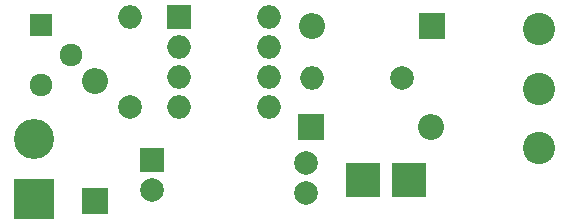
<source format=gbr>
G04 #@! TF.FileFunction,Soldermask,Top*
%FSLAX46Y46*%
G04 Gerber Fmt 4.6, Leading zero omitted, Abs format (unit mm)*
G04 Created by KiCad (PCBNEW 4.0.7-e2-6376~58~ubuntu16.04.1) date Mon Jan 22 09:02:58 2018*
%MOMM*%
%LPD*%
G01*
G04 APERTURE LIST*
%ADD10C,0.100000*%
%ADD11C,2.000000*%
%ADD12R,2.000000X2.000000*%
%ADD13R,3.400000X3.400000*%
%ADD14C,3.400000*%
%ADD15C,1.920000*%
%ADD16R,1.920000X1.920000*%
%ADD17O,2.000000X2.000000*%
%ADD18C,2.740000*%
%ADD19R,2.900000X2.900000*%
%ADD20R,2.200000X2.200000*%
%ADD21O,2.200000X2.200000*%
G04 APERTURE END LIST*
D10*
D11*
X126339600Y-85547200D03*
X126339600Y-88047200D03*
D12*
X113258600Y-85267800D03*
D11*
X113258600Y-87767800D03*
D13*
X103251000Y-88519000D03*
D14*
X103251000Y-83439000D03*
D15*
X106426000Y-76327000D03*
X103886000Y-78867000D03*
D16*
X103886000Y-73787000D03*
D11*
X111379000Y-80772000D03*
D17*
X111379000Y-73152000D03*
D11*
X134442200Y-78282800D03*
D17*
X126822200Y-78282800D03*
D18*
X146024600Y-74201000D03*
X146024600Y-79201000D03*
X146024600Y-84201000D03*
D12*
X115595400Y-73152000D03*
D17*
X123215400Y-80772000D03*
X115595400Y-75692000D03*
X123215400Y-78232000D03*
X115595400Y-78232000D03*
X123215400Y-75692000D03*
X115595400Y-80772000D03*
X123215400Y-73152000D03*
D19*
X131099100Y-86944200D03*
X135039100Y-86944200D03*
D20*
X137007600Y-73939400D03*
D21*
X126847600Y-73939400D03*
D20*
X126720600Y-82448400D03*
D21*
X136880600Y-82448400D03*
D20*
X108432600Y-88734900D03*
D21*
X108432600Y-78574900D03*
M02*

</source>
